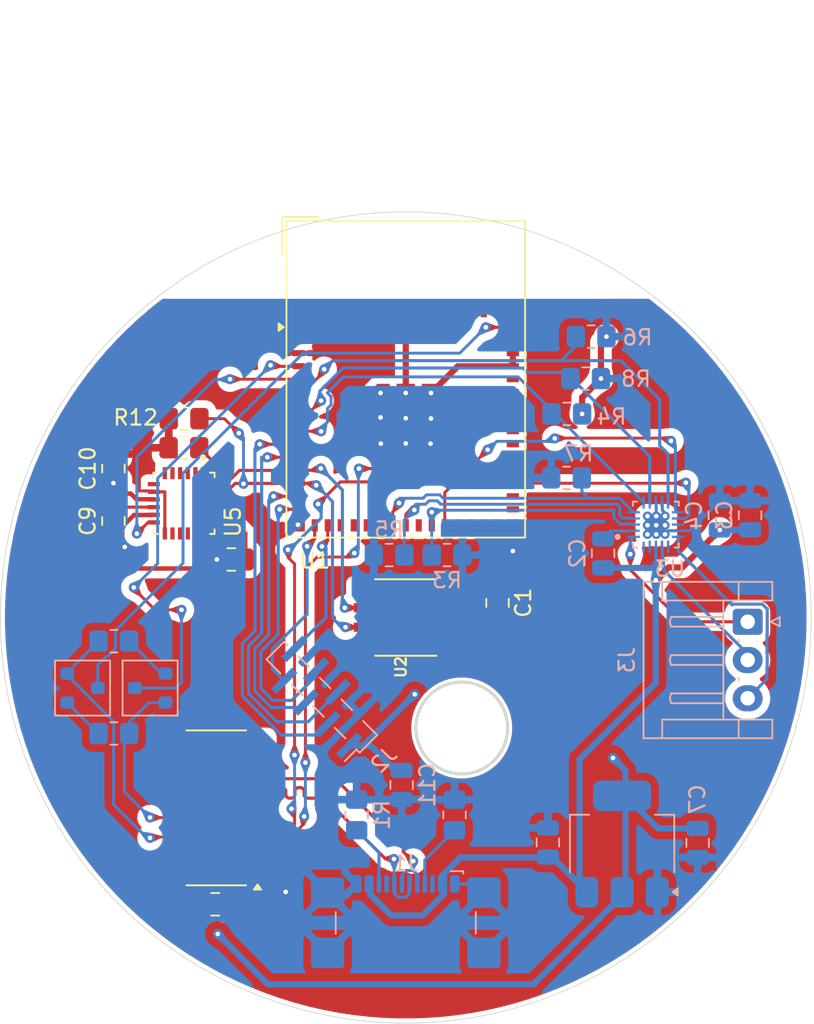
<source format=kicad_pcb>
(kicad_pcb (version 20241129) (generator "pcbnew") (generator_version "8.99")
  (layers (0 "F.Cu" signal) (2 "B.Cu" signal) (13 "F.Paste" user) (15 "B.Paste" user) (5 "F.SilkS" user "F.Silkscreen") (7 "B.SilkS" user "B.Silkscreen") (1 "F.Mask" user) (3 "B.Mask" user) (25 "Edge.Cuts" user))
  (net 0 "")
  (net 30 "Net-(U5-NC-Pad14)")
  (net 40 "3V3")
  (net 41 "Net-(U3-VCP)")
  (net 42 "Net-(J1-CC2)")
  (net 43 "Net-(J1-CC1)")
  (net 44 "UH")
  (net 45 "UL")
  (net 46 "VH")
  (net 47 "VL")
  (net 48 "WH")
  (net 49 "WL")
  (net 50 "VIO")
  (net 51 "SDA")
  (net 52 "CS")
  (net 53 "SCL")
  (net 54 "TX")
  (net 55 "RX")
  (net 56 "TMC_DIAG")
  (net 57 "W")
  (net 58 "V")
  (net 59 "U")
  (net 60 "USB_D-")
  (net 61 "USB_D+")
  (net 62 "5V")
  (net 65 "RST")
  (net 66 "Net-(U5-CPOUT)")
  (net 67 "Net-(U5-REGOUT)")
  (net 68 "DTR")
  (net 69 "RTS")
  (net 70 "ESP_EN")
  (net 71 "ESP_BOOT")
  (net 72 "MPU_INT")
  (net 73 "DC")
  (net 74 "BL")
  (net 75 "GND")
  (net 76 "DIN")
  (net 77 "CLK")
  (net 78 "Net-(Q1-B)")
  (net 79 "Net-(Q2-B)")
  (footprint "Resistor_SMD:R_0805_2012Metric_Pad1.20x1.40mm_HandSolder" (layer "F.Cu") (at 85.5 88.91 180)
    (property "Reference" "R11" (hide yes))
    (property "Value" "10K")
  )
  (footprint "AS5600:AS5600" (layer "F.Cu") (at 100 100 90)
    (property "Reference" "U2")
    (property "Value" "AS5600")
  )
  (footprint "Capacitor_SMD:C_0805_2012Metric" (layer "F.Cu") (at 106 99.045 -90)
    (property "Reference" "C1")
    (property "Value" "0.1uF")
  )
  (footprint "Capacitor_SMD:C_0805_2012Metric" (layer "F.Cu") (at 80.89 93.7 90)
    (property "Reference" "C9")
    (property "Value" "0.1uF")
  )
  (footprint "RF_Module:ESP32-S2-MINI-1" (layer "F.Cu") (at 100 84.43)
    (property "Reference" "U1")
    (property "Value" "ESP32-S3-MINI-1")
  )
  (footprint "Capacitor_SMD:C_0805_2012Metric" (layer "F.Cu") (at 88.6 96.21)
    (property "Reference" "C8" (hide yes))
    (property "Value" "2.2nF")
  )
  (footprint "Capacitor_SMD:C_0805_2012Metric" (layer "F.Cu") (at 87.55 118.74 180)
    (property "Reference" "C5" (hide yes))
    (property "Value" "0.1uF")
  )
  (footprint "Resistor_SMD:R_0805_2012Metric_Pad1.20x1.40mm_HandSolder" (layer "F.Cu") (at 85.51 87.01 180)
    (property "Reference" "R12")
    (property "Value" "10K")
  )
  (footprint "MPU-6050:QFN50P400X400X95-24N" (layer "F.Cu") (at 85.5 92.54 -90)
    (property "Reference" "U5")
    (property "Value" "MPU-6050")
  )
  (footprint "Package_SO:SOIC-16_3.9x9.9mm_P1.27mm" (layer "F.Cu") (at 87.61 112.44 180)
    (property "Reference" "U4" (hide yes))
    (property "Value" "CH340C")
  )
  (footprint "Capacitor_SMD:C_0805_2012Metric" (layer "F.Cu") (at 80.89 90.27 90)
    (property "Reference" "C10")
    (property "Value" "0.1uF")
  )
  (footprint "Capacitor_SMD:C_0805_2012Metric" (layer "B.Cu") (at 109.29 114.7 -90)
    (property "Reference" "C6" (hide yes))
    (property "Value" "10uF" (hide yes))
  )
  (footprint "Resistor_SMD:R_0805_2012Metric_Pad1.20x1.40mm_HandSolder" (layer "B.Cu") (at 102.7 95.92)
    (property "Reference" "R3")
    (property "Value" "10K")
  )
  (footprint "Resistor_SMD:R_0805_2012Metric_Pad1.20x1.40mm_HandSolder" (layer "B.Cu") (at 96.79 112.9 90)
    (property "Reference" "R1")
    (property "Value" "5.1K")
  )
  (footprint "Capacitor_SMD:C_0805_2012Metric" (layer "B.Cu") (at 122.51 93.32 -90)
    (property "Reference" "C3")
    (property "Value" "10nF")
  )
  (footprint "Connector_JST:JST_EH_S3B-EH_1x03_P2.50mm_Horizontal" (layer "B.Cu") (at 122.3525 100.28 -90)
    (property "Reference" "J3")
    (property "Value" "Conn_01x03")
  )
  (footprint "Resistor_SMD:R_0805_2012Metric_Pad1.20x1.40mm_HandSolder" (layer "B.Cu") (at 98.91 95.92 180)
    (property "Reference" "R5")
    (property "Value" "10K")
  )
  (footprint "Resistor_SMD:R_0805_2012Metric_Pad1.20x1.40mm_HandSolder" (layer "B.Cu") (at 80.92 101.55)
    (property "Reference" "R10" (hide yes))
    (property "Value" "10K" (hide yes))
  )
  (footprint "Connector_PinSocket_1.00mm:PinSocket_1x08_P1.00mm_Vertical_SMD_Pin1Left" (layer "B.Cu") (at 94.512983 105.214124 45)
    (property "Reference" "J2")
    (property "Value" "Conn_01x08")
  )
  (footprint "PCM_Package_TO_SOT_SMD_AKL:SOT-23" (layer "B.Cu") (at 83.29 104.61 180)
    (property "Reference" "Q2" (hide yes))
    (property "Value" "MMBT2222A" (hide yes))
  )
  (footprint "PCM_Package_TO_SOT_SMD_AKL:SOT-23" (layer "B.Cu") (at 78.87 104.61)
    (property "Reference" "Q1" (hide yes))
    (property "Value" "MMBT2222A" (hide yes))
  )
  (footprint "Connector_USB:USB_C_Receptacle_GCT_USB4110" (layer "B.Cu") (at 100 121.09 180)
    (property "Reference" "J1")
    (property "Value" "USB_C_Receptacle_USB2.0_16P" (hide yes))
  )
  (footprint "Resistor_SMD:R_0805_2012Metric_Pad1.20x1.40mm_HandSolder" (layer "B.Cu") (at 110.53 86.7)
    (property "Reference" "R4")
    (property "Value" "10K")
  )
  (footprint "Resistor_SMD:R_0805_2012Metric_Pad1.20x1.40mm_HandSolder" (layer "B.Cu") (at 80.92 107.58 180)
    (property "Reference" "R9" (hide yes))
    (property "Value" "10K" (hide yes))
  )
  (footprint "Resistor_SMD:R_0805_2012Metric_Pad1.20x1.40mm_HandSolder" (layer "B.Cu") (at 112.12 81.65)
    (property "Reference" "R6")
    (property "Value" "10K")
  )
  (footprint "Capacitor_SMD:C_0805_2012Metric" (layer "B.Cu") (at 119.08 114.73 90)
    (property "Reference" "C7")
    (property "Value" "10uF" (hide yes))
  )
  (footprint "Capacitor_SMD:C_0805_2012Metric" (layer "B.Cu") (at 120.53 93.33 -90)
    (property "Reference" "C4")
    (property "Value" "10uF")
  )
  (footprint "Capacitor_SMD:C_0805_2012Metric" (layer "B.Cu") (at 112.9 95.81 -90)
    (property "Reference" "C2")
    (property "Value" "10nF")
  )
  (footprint "Capacitor_SMD:C_0805_2012Metric" (layer "B.Cu") (at 99.73 110.94 90)
    (property "Reference" "C11")
    (property "Value" "10uF")
  )
  (footprint "Resistor_SMD:R_0805_2012Metric_Pad1.20x1.40mm_HandSolder" (layer "B.Cu") (at 103.19 112.9 90)
    (property "Reference" "R2" (hide yes))
    (property "Value" "5.1K" (hide yes))
  )
  (footprint "Resistor_SMD:R_0805_2012Metric_Pad1.20x1.40mm_HandSolder" (layer "B.Cu") (at 110.51 90.88 180)
    (property "Reference" "R7")
    (property "Value" "10K")
  )
  (footprint "TMC6300-LA-T:QFN40P300X300X90-21N" (layer "B.Cu") (at 116.35 93.93)
    (property "Reference" "U3")
    (property "Value" "TMC6300-LA-T")
  )
  (footprint "Package_TO_SOT_SMD:SOT-223-3_TabPin2" (layer "B.Cu") (at 114.1425 114.8 90)
    (property "Reference" "U6" (hide yes))
    (property "Value" "AMS1117" (hide yes))
  )
  (footprint "Resistor_SMD:R_0805_2012Metric_Pad1.20x1.40mm_HandSolder" (layer "B.Cu") (at 111.76 84.39)
    (property "Reference" "R8")
    (property "Value" "10K")
  )
  (gr_circle (center 103.66 107.22) (end 106.66 107.22) (stroke (width 0.2)) (fill no) (layer "Edge.Cuts"))
  (gr_circle (center 100 100) (end 126.5 100) (stroke (width 0.05)) (fill no) (layer "Edge.Cuts"))
  (segment (start 84.25 91.79) (end 83.53 91.79) (width 0.2032) (layer "F.Cu") (net 40))
  (segment (start 80.93 89.32) (end 80.89 89.32) (width 0.2) (layer "F.Cu") (net 40))
  (segment (start 82.58 90.97) (end 80.93 89.32) (width 0.2) (layer "F.Cu") (net 40))
  (segment (start 84.25 94.51) (end 84.25 91.79) (width 0.2032) (layer "F.Cu") (net 40))
  (segment (start 102.7 100.635) (end 102.7 101.905) (width 0.4064) (layer "F.Cu") (net 40))
  (segment (start 80.89 89.32) (end 81.48 89.32) (width 0.2032) (layer "F.Cu") (net 40))
  (segment (start 82.58 91.731) (end 82.58 90.97) (width 0.2) (layer "F.Cu") (net 40))
  (segment (start 83.01 91.731) (end 82.58 91.731) (width 0.2) (layer "F.Cu") (net 40))
  (segment (start 84.5 88.91) (end 84.09 89.32) (width 0.4064) (layer "F.Cu") (net 40))
  (segment (start 83.4726 91.7326) (end 83.53 91.79) (width 0.2032) (layer "F.Cu") (net 40))
  (segment (start 84.51 87.01) (end 84.51 88.9) (width 0.4064) (layer "F.Cu") (net 40))
  (segment (start 83.01 91.7326) (end 83.4726 91.7326) (width 0.2032) (layer "F.Cu") (net 40))
  (segment (start 102.705 100.64) (end 102.7 100.635) (width 0.4064) (layer "F.Cu") (net 40))
  (segment (start 86.6 118.74) (end 86.6 118.35) (width 0.2032) (layer "F.Cu") (net 40))
  (segment (start 83.01 91.7326) (end 83.01 91.731) (width 0.2) (layer "F.Cu") (net 40))
  (segment (start 106 99.995) (end 106 100.0692) (width 0.4064) (layer "F.Cu") (net 40))
  (via (at 113.55 109.18) (size 0.6604) (drill 0.3048) (layers "F.Cu" "B.Cu") (net 40))
  (via (at 100.59 105.02) (size 0.6604) (drill 0.3048) (layers "F.Cu" "B.Cu") (net 40))
  (via (at 87.71 120.68) (size 0.6604) (drill 0.3048) (layers "F.Cu" "B.Cu") (net 40))
  (segment (start 116.4925 113.78) (end 114.3625 111.65) (width 0.4064) (layer "B.Cu") (net 40))
  (segment (start 114.3625 117.95) (end 114.3625 111.65) (width 0.4064) (layer "B.Cu") (net 40))
  (segment (start 108.3425 123.97) (end 91 123.97) (width 0.4064) (layer "B.Cu") (net 40))
  (segment (start 97.231573 108.378427) (end 97.698427 108.378427) (width 0.4064) (layer "B.Cu") (net 40))
  (segment (start 97.231573 108.378427) (end 100.59 105.02) (width 0.4064) (layer "B.Cu") (net 40))
  (segment (start 114.3625 111.65) (end 114.3625 109.9925) (width 0.4064) (layer "B.Cu") (net 40))
  (segment (start 97.698427 108.378427) (end 99.35 110.03) (width 0.4064) (layer "B.Cu") (net 40))
  (segment (start 119.08 113.78) (end 116.4925 113.78) (width 0.4064) (layer "B.Cu") (net 40))
  (segment (start 96.298428 108.378427) (end 97.231573 108.378427) (width 0.4064) (layer "B.Cu") (net 40))
  (segment (start 114.3625 117.95) (end 108.3425 123.97) (width 0.4064) (layer "B.Cu") (net 40))
  (segment (start 91 123.97) (end 87.71 120.68) (width 0.4064) (layer "B.Cu") (net 40))
  (segment (start 114.3625 109.9925) (end 113.55 109.18) (width 0.4064) (layer "B.Cu") (net 40))
  (segment (start 113.4134 94.3466) (end 114.47 94.3466) (width 0.2032) (layer "B.Cu") (net 41))
  (segment (start 112.9 94.86) (end 113.4134 94.3466) (width 0.2032) (layer "B.Cu") (net 41))
  (segment (start 98.25 117.41) (end 98.25 115.36) (width 0.2032) (layer "B.Cu") (net 42))
  (segment (start 98.25 115.36) (end 96.79 113.9) (width 0.2032) (layer "B.Cu") (net 42))
  (segment (start 101.25 115.84) (end 103.19 113.9) (width 0.2032) (layer "B.Cu") (net 43))
  (segment (start 101.25 117.41) (end 101.25 115.84) (width 0.2032) (layer "B.Cu") (net 43))
  (segment (start 101.7 93.98) (end 101.7 93.39) (width 0.19) (layer "F.Cu") (net 44))
  (segment (start 101.7 93.39) (end 101.7 93.12) (width 0.19) (layer "F.Cu") (net 44))
  (via (at 101.7 93.12) (size 0.6604) (drill 0.3048) (layers "F.Cu" "B.Cu") (net 44))
  (segment (start 113.598999 93.471957) (end 113.599 92.992) (width 0.19) (layer "B.Cu") (net 44))
  (segment (start 114.866 93.896) (end 114.382712 93.896) (width 0.19) (layer "B.Cu") (net 44))
  (segment (start 101.98 93.03) (end 101.79 93.03) (width 0.19) (layer "B.Cu") (net 44))
  (segment (start 101.7 95.92) (end 101.7 93.12) (width 0.19) (layer "B.Cu") (net 44))
  (segment (start 102.018 92.992) (end 101.98 93.03) (width 0.19) (layer "B.Cu") (net 44))
  (segment (start 114.9 93.93) (end 114.866 93.896) (width 0.19) (layer "B.Cu") (net 44))
  (segment (start 114.379913 93.893201) (end 114.020243 93.893201) (width 0.19) (layer "B.Cu") (net 44))
  (segment (start 114.020243 93.893201) (end 113.598999 93.471957) (width 0.19) (layer "B.Cu") (net 44))
  (segment (start 113.599 92.992) (end 102.018 92.992) (width 0.19) (layer "B.Cu") (net 44))
  (segment (start 114.382712 93.896) (end 114.379913 93.893201) (width 0.19) (layer "B.Cu") (net 44))
  (segment (start 101.79 93.03) (end 101.7 93.12) (width 0.19) (layer "B.Cu") (net 44))
  (segment (start 93 87.83) (end 94.22 87.83) (width 0.19) (layer "F.Cu") (net 45))
  (segment (start 94.23 87.84) (end 94.47 87.84) (width 0.19) (layer "F.Cu") (net 45))
  (segment (start 94.22 87.83) (end 94.23 87.84) (width 0.19) (layer "F.Cu") (net 45))
  (via (at 94.47 87.84) (size 0.6604) (drill 0.3048) (layers "F.Cu" "B.Cu") (net 45))
  (segment (start 95.118802 86.105813) (end 94.88 86.344615) (width 0.19) (layer "B.Cu") (net 45))
  (segment (start 94.43 87.8) (end 94.47 87.84) (width 0.19) (layer "B.Cu") (net 45))
  (segment (start 94.88 85.325385) (end 95.118802 85.564187) (width 0.19) (layer "B.Cu") (net 45))
  (segment (start 94.43 87.69) (end 94.43 87.8) (width 0.19) (layer "B.Cu") (net 45))
  (segment (start 95.925385 84.28) (end 94.88 85.325385) (width 0.19) (layer "B.Cu") (net 45))
  (segment (start 107.35 84.28) (end 95.925385 84.28) (width 0.19) (layer "B.Cu") (net 45))
  (segment (start 94.88 86.344615) (end 94.88 87.24) (width 0.19) (layer "B.Cu") (net 45))
  (segment (start 95.118802 85.564187) (end 95.118802 86.105813) (width 0.19) (layer "B.Cu") (net 45))
  (segment (start 94.88 87.24) (end 94.43 87.69) (width 0.19) (layer "B.Cu") (net 45))
  (segment (start 115.55 92.48) (end 107.35 84.28) (width 0.19) (layer "B.Cu") (net 45))
  (segment (start 100 93.27) (end 100.1 93.17) (width 0.19) (layer "F.Cu") (net 46))
  (segment (start 100 93.98) (end 100 93.27) (width 0.19) (layer "F.Cu") (net 46))
  (segment (start 100.1 93.17) (end 100.368553 93.17) (width 0.19) (layer "F.Cu") (net 46))
  (segment (start 100.368553 93.17) (end 100.56173 92.976823) (width 0.19) (layer "F.Cu") (net 46))
  (via (at 100.56173 92.976823) (size 0.6604) (drill 0.3048) (layers "F.Cu" "B.Cu") (net 46))
  (segment (start 113.99 93.31) (end 113.99 92.772958) (width 0.19) (layer "B.Cu") (net 46))
  (segment (start 114.1822 93.5022) (end 113.99 93.31) (width 0.19) (layer "B.Cu") (net 46))
  (segment (start 114.719242 93.5022) (end 114.1822 93.5022) (width 0.19) (layer "B.Cu") (net 46))
  (segment (start 102.285613 92.601) (end 102.060813 92.3762) (width 0.19) (layer "B.Cu") (net 46))
  (segment (start 100.59 92.68) (end 100.59 92.948553) (width 0.19) (layer "B.Cu") (net 46))
  (segment (start 100.669 92.601) (end 100.59 92.68) (width 0.19) (layer "B.Cu") (net 46))
  (segment (start 113.818042 92.601) (end 102.285613 92.601) (width 0.19) (layer "B.Cu") (net 46))
  (segment (start 101.294387 92.601) (end 100.669 92.601) (width 0.19) (layer "B.Cu") (net 46))
  (segment (start 101.519187 92.3762) (end 101.294387 92.601) (width 0.19) (layer "B.Cu") (net 46))
  (segment (start 100.59 92.948553) (end 100.56173 92.976823) (width 0.19) (layer "B.Cu") (net 46))
  (segment (start 102.060813 92.3762) (end 101.519187 92.3762) (width 0.19) (layer "B.Cu") (net 46))
  (segment (start 99.91 95.92) (end 99.91 93.628553) (width 0.19) (layer "B.Cu") (net 46))
  (segment (start 99.91 93.628553) (end 100.56173 92.976823) (width 0.19) (layer "B.Cu") (net 46))
  (segment (start 113.99 92.772958) (end 113.818042 92.601) (width 0.19) (layer "B.Cu") (net 46))
  (segment (start 93.31 85.28) (end 94.67 83.92) (width 0.19) (layer "F.Cu") (net 47))
  (segment (start 94.67 83.92) (end 94.67 83.78) (width 0.19) (layer "F.Cu") (net 47))
  (segment (start 93 85.28) (end 93.31 85.28) (width 0.19) (layer "F.Cu") (net 47))
  (via (at 94.67 83.78) (size 0.6604) (drill 0.3048) (layers "F.Cu" "B.Cu") (net 47))
  (segment (start 117.15 89.31171) (end 116.6034 88.76511) (width 0.2032) (layer "B.Cu") (net 47))
  (segment (start 114.06 83.22) (end 110.16 83.22) (width 0.2032) (layer "B.Cu") (net 47))
  (segment (start 111.12 81.65) (end 111.12 82.26) (width 0.19) (layer "B.Cu") (net 47))
  (segment (start 116.6034 85.7634) (end 114.06 83.22) (width 0.2032) (layer "B.Cu") (net 47))
  (segment (start 117.15 92.48) (end 117.15 89.31171) (width 0.2032) (layer "B.Cu") (net 47))
  (segment (start 116.6034 88.76511) (end 116.6034 85.7634) (width 0.2032) (layer "B.Cu") (net 47))
  (segment (start 95.23 83.22) (end 94.67 83.78) (width 0.2032) (layer "B.Cu") (net 47))
  (segment (start 110.16 83.22) (end 95.23 83.22) (width 0.2032) (layer "B.Cu") (net 47))
  (segment (start 111.12 82.26) (end 110.16 83.22) (width 0.19) (layer "B.Cu") (net 47))
  (segment (start 99.56 92.52) (end 99.56 92.68) (width 0.19) (layer "F.Cu") (net 48))
  (segment (start 99.15 93.09) (end 99.15 93.98) (width 0.19) (layer "F.Cu") (net 48))
  (segment (start 99.56 92.68) (end 99.15 93.09) (width 0.19) (layer "F.Cu") (net 48))
  (via (at 99.56 92.52) (size 0.6604) (drill 0.3048) (layers "F.Cu" "B.Cu") (net 48))
  (segment (start 99.56 92.52) (end 99.56 92.26) (width 0.19) (layer "B.Cu") (net 48))
  (segment (start 99.56 92.26) (end 99.61 92.21) (width 0.19) (layer "B.Cu") (net 48))
  (segment (start 102.222356 91.9862) (end 102.446157 92.21) (width 0.19) (layer "B.Cu") (net 48))
  (segment (start 102.446157 92.21) (end 111.96 92.21) (width 0.19) (layer "B.Cu") (net 48))
  (segment (start 114.9 93.13) (end 113.98 92.21) (width 0.19) (layer "B.Cu") (net 48))
  (segment (start 99.61 92.21) (end 101.133844 92.21) (width 0.19) (layer "B.Cu") (net 48))
  (segment (start 113.98 92.21) (end 111.96 92.21) (width 0.19) (layer "B.Cu") (net 48))
  (segment (start 111.51 91.76) (end 111.96 92.21) (width 0.19) (layer "B.Cu") (net 48))
  (segment (start 101.133844 92.21) (end 101.357643 91.9862) (width 0.19) (layer "B.Cu") (net 48))
  (segment (start 101.357643 91.9862) (end 102.222356 91.9862) (width 0.19) (layer "B.Cu") (net 48))
  (segment (start 111.51 90.88) (end 111.51 91.76) (width 0.19) (layer "B.Cu") (net 48))
  (segment (start 93 86.98) (end 93.32 86.98) (width 0.19) (layer "F.Cu") (net 49))
  (segment (start 93.32 86.98) (end 94.465002 85.835) (width 0.19) (layer "F.Cu") (net 49))
  (via (at 94.465002 85.835) (size 0.6604) (drill 0.3048) (layers "F.Cu" "B.Cu") (net 49))
  (segment (start 115.95 92.48) (end 115.95 89.48) (width 0.2032) (layer "B.Cu") (net 49))
  (segment (start 94.465002 85.731202) (end 94.465002 85.835) (width 0.2032) (layer "B.Cu") (net 49))
  (segment (start 94.385 85.208947) (end 94.385 85.6512) (width 0.2032) (layer "B.Cu") (net 49))
  (segment (start 110.461108 83.991108) (end 107.958892 83.991108) (width 0.2032) (layer "B.Cu") (net 49))
  (segment (start 115.95 89.48) (end 110.461108 83.991108) (width 0.2032) (layer "B.Cu") (net 49))
  (segment (start 95.893947 83.7) (end 94.385 85.208947) (width 0.2032) (layer "B.Cu") (net 49))
  (segment (start 107.667784 83.7) (end 95.893947 83.7) (width 0.2032) (layer "B.Cu") (net 49))
  (segment (start 94.440002 85.81) (end 94.4 85.81) (width 0.2032) (layer "B.Cu") (net 49))
  (segment (start 94.465002 85.835) (end 94.440002 85.81) (width 0.2032) (layer "B.Cu") (net 49))
  (segment (start 107.958892 83.991108) (end 107.667784 83.7) (width 0.2032) (layer "B.Cu") (net 49))
  (segment (start 94.385 85.6512) (end 94.465002 85.731202) (width 0.2032) (layer "B.Cu") (net 49))
  (segment (start 102.55 91.84) (end 105.355 89.035) (width 0.19) (layer "F.Cu") (net 50))
  (segment (start 109.74 88.3) (end 109.76 88.28) (width 0.19) (layer "F.Cu") (net 50))
  (segment (start 117.16 88.28) (end 117.34 88.46) (width 0.19) (layer "F.Cu") (net 50))
  (segment (start 102.55 93.98) (end 102.55 91.84) (width 0.19) (layer "F.Cu") (net 50))
  (segment (start 109.76 88.28) (end 117.16 88.28) (width 0.19) (layer "F.Cu") (net 50))
  (via (at 105.355 89.035) (size 0.6604) (drill 0.3048) (layers "F.Cu" "B.Cu") (net 50))
  (via (at 117.34 88.46) (size 0.6604) (drill 0.3048) (layers "F.Cu" "B.Cu") (net 50))
  (via (at 109.74 88.3) (size 0.6604) (drill 0.3048) (layers "F.Cu" "B.Cu") (net 50))
  (segment (start 117.629575 92.959575) (end 117.629575 88.749575) (width 0.19) (layer "B.Cu") (net 50))
  (segment (start 105.95 88.49) (end 105.405 89.035) (width 0.19) (layer "B.Cu") (net 50))
  (segment (start 109.55 88.49) (end 105.95 88.49) (width 0.19) (layer "B.Cu") (net 50))
  (segment (start 117.629575 88.749575) (end 117.34 88.46) (width 0.19) (layer "B.Cu") (net 50))
  (segment (start 117.8 93.13) (end 117.629575 92.959575) (width 0.19) (layer "B.Cu") (net 50))
  (segment (start 105.405 89.035) (end 105.355 89.035) (width 0.19) (layer "B.Cu") (net 50))
  (segment (start 109.74 88.3) (end 109.55 88.49) (width 0.19) (layer "B.Cu") (net 50))
  (segment (start 88.23 91.29) (end 87.47 91.29) (width 0.2032) (layer "F.Cu") (net 51))
  (segment (start 93 90.39) (end 89.13 90.39) (width 0.2032) (layer "F.Cu") (net 51))
  (segment (start 89.13 90.39) (end 88.23 91.29) (width 0.2032) (layer "F.Cu") (net 51))
  (segment (start 87.47 89.88) (end 86.5 88.91) (width 0.2032) (layer "F.Cu") (net 51))
  (segment (start 97.3 99.365) (end 96.01 99.365) (width 0.2032) (layer "F.Cu") (net 51))
  (segment (start 94.13 90.38) (end 93 90.38) (width 0.2032) (layer "F.Cu") (net 51))
  (segment (start 87.47 91.29) (end 87.47 89.88) (width 0.2032) (layer "F.Cu") (net 51))
  (segment (start 94.45 90.26) (end 94.25 90.26) (width 0.2032) (layer "F.Cu") (net 51))
  (segment (start 94.25 90.26) (end 94.13 90.38) (width 0.2032) (layer "F.Cu") (net 51))
  (via (at 94.45 90.26) (size 0.6604) (drill 0.3048) (layers "F.Cu" "B.Cu") (net 51))
  (via (at 96.01 99.365) (size 0.6604) (drill 0.3048) (layers "F.Cu" "B.Cu") (net 51))
  (segment (start 94.45 90.26) (end 95.86 91.67) (width 0.2032) (layer "B.Cu") (net 51))
  (segment (start 95.86 91.67) (end 95.86 99.215) (width 0.2032) (layer "B.Cu") (net 51))
  (segment (start 95.86 99.215) (end 96.01 99.365) (width 0.2032) (layer "B.Cu") (net 51))
  (segment (start 91.3548 92.08) (end 93 92.08) (width 0.2032) (layer "F.Cu") (net 52))
  (via (at 91.3548 92.08) (size 0.6604) (drill 0.3048) (layers "F.Cu" "B.Cu") (net 52))
  (segment (start 90.1264 102.03402) (end 91.04 101.12042) (width 0.2032) (layer "B.Cu") (net 52))
  (segment (start 91.04 92.36) (end 91.32 92.08) (width 0.2032) (layer "B.Cu") (net 52))
  (segment (start 91.21042 105.88) (end 90.1264 104.79598) (width 0.2032) (layer "B.Cu") (net 52))
  (segment (start 93.14 105.88) (end 91.21042 105.88) (width 0.2032) (layer "B.Cu") (net 52))
  (segment (start 93.47 105.55) (end 93.14 105.88) (width 0.2032) (layer "B.Cu") (net 52))
  (segment (start 91.04 101.12042) (end 91.04 92.36) (width 0.2032) (layer "B.Cu") (net 52))
  (segment (start 91.32 92.08) (end 91.3548 92.08) (width 0.2032) (layer "B.Cu") (net 52))
  (segment (start 90.1264 104.79598) (end 90.1264 102.03402) (width 0.2032) (layer "B.Cu") (net 52))
  (segment (start 88.30021 91.79) (end 88.85021 91.24) (width 0.2032) (layer "F.Cu") (net 53))
  (segment (start 88.85021 91.24) (end 93 91.24) (width 0.2032) (layer "F.Cu") (net 53))
  (segment (start 87.47 91.74) (end 87.47 91.79) (width 0.2032) (layer "F.Cu") (net 53))
  (segment (start 97.3 100.635) (end 96.06 100.635) (width 0.2032) (layer "F.Cu") (net 53))
  (segment (start 93 91.23) (end 94.02 91.23) (width 0.2032) (layer "F.Cu") (net 53))
  (segment (start 87.52 91.74) (end 87.47 91.74) (width 0.2032) (layer "F.Cu") (net 53))
  (segment (start 88.14 87.01) (end 86.51 87.01) (width 0.19) (layer "F.Cu") (net 53))
  (segment (start 89.09 87.96) (end 88.14 87.01) (width 0.19) (layer "F.Cu") (net 53))
  (segment (start 87.47 91.79) (end 87.52 91.74) (width 0.2032) (layer "F.Cu") (net 53))
  (segment (start 94.02 91.23) (end 94.15 91.36) (width 0.2032) (layer "F.Cu") (net 53))
  (segment (start 87.47 91.79) (end 88.30021 91.79) (width 0.2032) (layer "F.Cu") (net 53))
  (via (at 96.06 100.635) (size 0.6604) (drill 0.3048) (layers "F.Cu" "B.Cu") (net 53))
  (via (at 94.15 91.36) (size 0.6604) (drill 0.3048) (layers "F.Cu" "B.Cu") (net 53))
  (via (at 89.393082 91.264611) (size 0.6604) (drill 0.3048) (layers "F.Cu" "B.Cu") (net 53))
  (via (at 89.09 87.96) (size 0.6604) (drill 0.3048) (layers "F.Cu" "B.Cu") (net 53))
  (segment (start 95.21 100.03) (end 95.21 92.42) (width 0.2032) (layer "B.Cu") (net 53))
  (segment (start 89.09 87.96) (end 89.393082 88.263082) (width 0.19) (layer "B.Cu") (net 53))
  (segment (start 95.21 92.42) (end 94.15 91.36) (width 0.2032) (layer "B.Cu") (net 53))
  (segment (start 89.393082 88.263082) (end 89.393082 91.264611) (width 0.19) (layer "B.Cu") (net 53))
  (segment (start 95.815 100.635) (end 95.21 100.03) (width 0.2032) (layer "B.Cu") (net 53))
  (segment (start 96.06 100.635) (end 95.815 100.635) (width 0.2032) (layer "B.Cu") (net 53))
  (segment (start 91.895 114.345) (end 90.085 114.345) (width 0.19) (layer "F.Cu") (net 54))
  (segment (start 92.73 108.99) (end 92.73 96.5) (width 0.19) (layer "F.Cu") (net 54))
  (segment (start 92.3 96.07) (end 92.3 95.57) (width 0.19) (layer "F.Cu") (net 54))
  (segment (start 107 86.13) (end 106.8 86.13) (width 0.2) (layer "F.Cu") (net 54))
  (segment (start 92.53 112.5) (end 92.73 112.7) (width 0.19) (layer "F.Cu") (net 54))
  (segment (start 106.8 86.13) (end 101.79 91.14) (width 0.2) (layer "F.Cu") (net 54))
  (segment (start 92.73 96.5) (end 92.3 96.07) (width 0.19) (layer "F.Cu") (net 54))
  (segment (start 95.72 91.14) (end 94.27 92.59) (width 0.2) (layer "F.Cu") (net 54))
  (segment (start 92.73 113.51) (end 91.895 114.345) (width 0.19) (layer "F.Cu") (net 54))
  (segment (start 92.73 112.7) (end 92.73 113.51) (width 0.19) (layer "F.Cu") (net 54))
  (segment (start 101.79 91.14) (end 95.72 91.14) (width 0.2) (layer "F.Cu") (net 54))
  (via (at 92.53 112.5) (size 0.6604) (drill 0.3048) (layers "F.Cu" "B.Cu") (net 54))
  (via (at 92.73 108.99) (size 0.6604) (drill 0.3048) (layers "F.Cu" "B.Cu") (net 54))
  (via (at 92.3 95.57) (size 0.6604) (drill 0.3048) (layers "F.Cu" "B.Cu") (net 54))
  (via (at 94.27 92.59) (size 0.6604) (drill 0.3048) (layers "F.Cu" "B.Cu") (net 54))
  (segment (start 92.53 112.5) (end 92.73 112.3) (width 0.19) (layer "B.Cu") (net 54))
  (segment (start 94.47 93.51) (end 94.47 92.79) (width 0.2) (layer "B.Cu") (net 54))
  (segment (start 92.73 112.3) (end 92.73 108.99) (width 0.19) (layer "B.Cu") (net 54))
  (segment (start 92.3 95.57) (end 92.41 95.57) (width 0.2) (layer "B.Cu") (net 54))
  (segment (start 94.47 92.79) (end 94.27 92.59) (width 0.2) (layer "B.Cu") (net 54))
  (segment (start 92.41 95.57) (end 94.47 93.51) (width 0.2) (layer "B.Cu") (net 54))
  (segment (start 106.8 85.28) (end 101.81 90.27) (width 0.2) (layer "F.Cu") (net 55))
  (segment (start 93.44 109.48) (end 93.44 96.82) (width 0.19) (layer "F.Cu") (net 55))
  (segment (start 93.36 113.461543) (end 93.36 113) (width 0.19) (layer "F.Cu") (net 55))
  (segment (start 93.44 96.82) (end 94.21 96.05) (width 0.19) (layer "F.Cu") (net 55))
  (segment (start 94.21 96.05) (end 96.38 96.05) (width 0.19) (layer "F.Cu") (net 55))
  (segment (start 90.085 115.615) (end 91.206544 115.615) (width 0.19) (layer "F.Cu") (net 55))
  (segment (start 91.206544 115.615) (end 93.36 113.461543) (width 0.19) (layer "F.Cu") (net 55))
  (segment (start 96.38 96.05) (end 96.64 95.79) (width 0.19) (layer "F.Cu") (net 55))
  (segment (start 101.81 90.27) (end 96.94 90.27) (width 0.2) (layer "F.Cu") (net 55))
  (segment (start 107 85.28) (end 106.8 85.28) (width 0.2) (layer "F.Cu") (net 55))
  (via (at 93.44 109.48) (size 0.6604) (drill 0.3048) (layers "F.Cu" "B.Cu") (net 55))
  (via (at 96.64 95.79) (size 0.6604) (drill 0.3048) (layers "F.Cu" "B.Cu") (net 55))
  (via (at 93.36 113) (size 0.6604) (drill 0.3048) (layers "F.Cu" "B.Cu") (net 55))
  (via (at 96.94 90.27) (size 0.6604) (drill 0.3048) (layers "F.Cu" "B.Cu") (net 55))
  (segment (start 96.64 95.79) (end 96.9 95.53) (width 0.19) (layer "B.Cu") (net 55))
  (segment (start 96.9 90.31) (end 96.94 90.27) (width 0.19) (layer "B.Cu") (net 55))
  (segment (start 93.44 112.92) (end 93.44 109.48) (width 0.19) (layer "B.Cu") (net 55))
  (segment (start 93.36 113) (end 93.44 112.92) (width 0.19) (layer "B.Cu") (net 55))
  (segment (start 96.9 95.53) (end 96.9 90.31) (width 0.19) (layer "B.Cu") (net 55))
  (segment (start 118.27 91.23) (end 118.31 91.19) (width 0.19) (layer "F.Cu") (net 56))
  (segment (start 107 91.23) (end 118.27 91.23) (width 0.19) (layer "F.Cu") (net 56))
  (via (at 118.31 91.19) (size 0.6604) (drill 0.3048) (layers "F.Cu" "B.Cu") (net 56))
  (segment (start 118.5024 93.31605) (end 118.5024 91.3824) (width 0.19) (layer "B.Cu") (net 56))
  (segment (start 118.5024 91.3824) (end 118.31 91.19) (width 0.19) (layer "B.Cu") (net 56))
  (segment (start 117.8 93.53) (end 118.28845 93.53) (width 0.19) (layer "B.Cu") (net 56))
  (segment (start 118.28845 93.53) (end 118.5024 93.31605) (width 0.19) (layer "B.Cu") (net 56))
  (segment (start 114.68 96.89) (end 114.68 95.86) (width 0.2032) (layer "F.Cu") (net 57))
  (segment (start 122.3525 100.28) (end 118.07 100.28) (width 0.2032) (layer "F.Cu") (net 57))
  (segment (start 118.07 100.28) (end 114.68 96.89) (width 0.2032) (layer "F.Cu") (net 57))
  (via (at 114.68 95.86) (size 0.6604) (drill 0.3048) (layers "F.Cu" "B.Cu") (net 57))
  (segment (start 114.9 94.73) (end 114.68 94.95) (width 0.2032) (layer "B.Cu") (net 57))
  (segment (start 114.68 94.95) (end 114.68 95.86) (width 0.2032) (layer "B.Cu") (net 57))
  (segment (start 122.3525 102.3825) (end 121.4026 101.4326) (width 0.2032) (layer "B.Cu") (net 58))
  (segment (start 116.8458 96.886722) (end 116.8458 96.210491) (width 0.2032) (layer "B.Cu") (net 58))
  (segment (start 116.78 96.144691) (end 116.78 95.907784) (width 0.2032) (layer "B.Cu") (net 58))
  (segment (start 122.3525 102.78) (end 122.3525 102.3825) (width 0.2032) (layer "B.Cu") (net 58))
  (segment (start 116.78 95.907784) (end 116.7712 95.898984) (width 0.2032) (layer "B.Cu") (net 58))
  (segment (start 116.8458 96.210491) (end 116.78 96.144691) (width 0.2032) (layer "B.Cu") (net 58))
  (segment (start 116.7712 95.898984) (end 116.7712 95.4012) (width 0.2032) (layer "B.Cu") (net 58))
  (segment (start 116.7542 95.3842) (end 116.7542 95.38) (width 0.2032) (layer "B.Cu") (net 58))
  (segment (start 121.391678 101.4326) (end 116.8458 96.886722) (width 0.2032) (layer "B.Cu") (net 58))
  (segment (start 116.7712 95.4012) (end 116.7542 95.3842) (width 0.2032) (layer "B.Cu") (net 58))
  (segment (start 121.4026 101.4326) (end 121.391678 101.4326) (width 0.2032) (layer "B.Cu") (net 58))
  (segment (start 121.391678 99.1274) (end 121.334539 99.184539) (width 0.2032) (layer "B.Cu") (net 59))
  (segment (start 123.61 104.0225) (end 123.61 103.277523) (width 0.2032) (layer "B.Cu") (net 59))
  (segment (start 123.61 101.135922) (end 123.6301 101.115822) (width 0.2032) (layer "B.Cu") (net 59))
  (segment (start 117.8 95.65) (end 117.8 94.73) (width 0.2032) (layer "B.Cu") (net 59))
  (segment (start 122.3525 105.28) (end 123.61 104.0225) (width 0.2032) (layer "B.Cu") (net 59))
  (segment (start 123.313322 99.1274) (end 121.391678 99.1274) (width 0.2032) (layer "B.Cu") (net 59))
  (segment (start 121.334539 99.184539) (end 117.8 95.65) (width 0.2032) (layer "B.Cu") (net 59))
  (segment (start 123.61 102.282477) (end 123.61 101.135922) (width 0.2032) (layer "B.Cu") (net 59))
  (segment (start 123.61 103.277523) (end 123.6301 103.257423) (width 0.2032) (layer "B.Cu") (net 59))
  (segment (start 123.6301 102.302577) (end 123.61 102.282477) (width 0.2032) (layer "B.Cu") (net 59))
  (segment (start 123.6301 103.257423) (end 123.6301 102.302577) (width 0.2032) (layer "B.Cu") (net 59))
  (segment (start 123.6301 101.115822) (end 123.6301 99.444178) (width 0.2032) (layer "B.Cu") (net 59))
  (segment (start 123.6301 99.444178) (end 123.313322 99.1274) (width 0.2032) (layer "B.Cu") (net 59))
  (segment (start 99.994961 114.190486) (end 99.687428 114.498018) (width 0.2032) (layer "F.Cu") (net 60))
  (segment (start 99.862612 115.171361) (end 99.941987 115.091987) (width 0.2032) (layer "F.Cu") (net 60))
  (segment (start 100.172502 115.64) (end 99.862613 115.330111) (width 0.2032) (layer "F.Cu") (net 60))
  (segment (start 100.49 115.92) (end 100.49 115.852913) (width 0.2032) (layer "F.Cu") (net 60))
  (segment (start 100.419226 114.27534) (end 100.334372 114.190486) (width 0.2032) (layer "F.Cu") (net 60))
  (segment (start 99.263165 114.413165) (end 95.385 110.535) (width 0.2032) (layer "F.Cu") (net 60))
  (segment (start 99.941987 115.091987) (end 99.941989 115.091989) (width 0.2032) (layer "F.Cu") (net 60))
  (segment (start 100.111694 114.922283) (end 100.419226 114.614751) (width 0.2032) (layer "F.Cu") (net 60))
  (segment (start 100.49 115.852913) (end 100.49 115.64) (width 0.2032) (layer "F.Cu") (net 60))
  (segment (start 90.217886 110.535) (end 90.480375 110.535) (width 0.2032) (layer "F.Cu") (net 60))
  (segment (start 95.385 110.535) (end 90.480375 110.535) (width 0.2032) (layer "F.Cu") (net 60))
  (segment (start 99.941989 115.091989) (end 100.111694 114.922283) (width 0.2032) (layer "F.Cu") (net 60))
  (segment (start 90.085 110.535) (end 90.217886 110.535) (width 0.2032) (layer "F.Cu") (net 60))
  (segment (start 99.348017 114.498018) (end 99.263165 114.413165) (width 0.2032) (layer "F.Cu") (net 60))
  (via (at 100.49 115.92) (size 0.6604) (drill 0.3048) (layers "F.Cu" "B.Cu") (net 60))
  (arc (start 100.419226 114.614751) (mid 100.489521 114.445045) (end 100.419226 114.27534) (width 0.2032) (layer "F.Cu") (net 60))
  (arc (start 99.687428 114.498018) (mid 99.517722 114.568313) (end 99.348017 114.498018) (width 0.2032) (layer "F.Cu") (net 60))
  (arc (start 100.49 115.64) (mid 100.410626 115.607122) (end 100.33125 115.639999) (width 0.2032) (layer "F.Cu") (net 60))
  (arc (start 100.33125 115.639999) (mid 100.251876 115.672878) (end 100.172502 115.64) (width 0.2032) (layer "F.Cu") (net 60))
  (arc (start 100.334372 114.190486) (mid 100.164667 114.120191) (end 99.994961 114.190486) (width 0.2032) (layer "F.Cu") (net 60))
  (arc (start 99.862613 115.330111) (mid 99.829735 115.250737) (end 99.862612 115.171361) (width 0.2032) (layer "F.Cu") (net 60))
  (segment (start 99.75 117.41) (end 99.75 116.9) (width 0.2032) (layer "B.Cu") (net 60))
  (segment (start 100.483486 116.5324) (end 100.75 116.798914) (width 0.2032) (layer "B.Cu") (net 60))
  (segment (start 100.483486 116.5324) (end 100.483486 115.926514) (width 0.2032) (layer "B.Cu") (net 60))
  (segment (start 99.7974 116.8526) (end 99.7974 116.751514) (width 0.2032) (layer "B.Cu") (net 60))
  (segment (start 100.016514 116.5324) (end 100.483486 116.5324) (width 0.2032) (layer "B.Cu") (net 60))
  (segment (start 100.483486 115.926514) (end 100.49 115.92) (width 0.2032) (layer "B.Cu") (net 60))
  (segment (start 99.7974 116.751514) (end 100.016514 116.5324) (width 0.2032) (layer "B.Cu") (net 60))
  (segment (start 100.75 116.798914) (end 100.75 117.41) (width 0.2032) (layer "B.Cu") (net 60))
  (segment (start 99.75 116.9) (end 99.7974 116.8526) (width 0.2032) (layer "B.Cu") (net 60))
  (segment (start 98.68 115.78) (end 99.215417 115.78) (width 0.2032) (layer "F.Cu") (net 61))
  (segment (start 93.713698 111.805) (end 94.705 111.805) (width 0.2032) (layer "F.Cu") (net 61))
  (segment (start 92.153698 111.35495) (end 92.153698 111.565) (width 0.2032) (layer "F.Cu") (net 61))
  (segment (start 94.705 111.805) (end 98.68 115.78) (width 0.2032) (layer "F.Cu") (net 61))
  (segment (start 91.553698 112.105048) (end 91.553698 112.045) (width 0.2032) (layer "F.Cu") (net 61))
  (segment (start 90.953698 112.045) (end 90.953698 112.105048) (width 0.2032) (layer "F.Cu") (net 61))
  (segment (start 92.753698 111.565) (end 92.753698 111.354952) (width 0.2032) (layer "F.Cu") (net 61))
  (segment (start 92.993698 111.114952) (end 93.113698 111.114952) (width 0.2032) (layer "F.Cu") (net 61))
  (segment (start 91.193698 112.345048) (end 91.313698 112.345048) (width 0.2032) (layer "F.Cu") (net 61))
  (segment (start 91.553698 112.045) (end 91.553698 111.565) (width 0.2032) (layer "F.Cu") (net 61))
  (segment (start 93.593698 111.805) (end 93.713698 111.805) (width 0.2032) (layer "F.Cu") (net 61))
  (segment (start 92.393698 111.805) (end 92.513698 111.805) (width 0.2032) (layer "F.Cu") (net 61))
  (segment (start 91.793698 111.11495) (end 91.913698 111.11495) (width 0.2032) (layer "F.Cu") (net 61))
  (segment (start 93.353698 111.354952) (end 93.353698 111.565) (width 0.2032) (layer "F.Cu") (net 61))
  (segment (start 90.085 111.805) (end 90.713698 111.805) (width 0.2032) (layer "F.Cu") (net 61))
  (segment (start 91.553698 111.565) (end 91.553698 111.35495) (width 0.2032) (layer "F.Cu") (net 61))
  (segment (start 99.215417 115.78) (end 99.23 115.78) (width 0.2032) (layer "F.Cu") (net 61))
  (via (at 99.23 115.78) (size 0.6604) (drill 0.3048) (layers "F.Cu" "B.Cu") (net 61))
  (arc (start 90.953698 112.105048) (mid 91.023992 112.274754) (end 91.193698 112.345048) (width 0.2032) (layer "F.Cu") (net 61))
  (arc (start 90.713698 111.805) (mid 90.883404 111.875294) (end 90.953698 112.045) (width 0.2032) (layer "F.Cu") (net 61))
  (arc (start 91.313698 112.345048) (mid 91.483404 112.274754) (end 91.553698 112.105048) (width 0.2032) (layer "F.Cu") (net 61))
  (arc (start 92.513698 111.805) (mid 92.683404 111.734706) (end 92.753698 111.565) (width 0.2032) (layer "F.Cu") (net 61))
  (arc (start 91.553698 111.35495) (mid 91.623992 111.185244) (end 91.793698 111.11495) (width 0.2032) (layer "F.Cu") (net 61))
  (arc (start 92.753698 111.354952) (mid 92.823992 111.185246) (end 92.993698 111.114952) (width 0.2032) (layer "F.Cu") (net 61))
  (arc (start 93.113698 111.114952) (mid 93.283404 111.185246) (end 93.353698 111.354952) (width 0.2032) (layer "F.Cu") (net 61))
  (arc (start 92.153698 111.565) (mid 92.223992 111.734706) (end 92.393698 111.805) (width 0.2032) (layer "F.Cu") (net 61))
  (arc (start 93.353698 111.565) (mid 93.423992 111.734706) (end 93.593698 111.805) (width 0.2032) (layer "F.Cu") (net 61))
  (arc (start 91.913698 111.11495) (mid 92.083404 111.185244) (end 92.153698 111.35495) (width 0.2032) (layer "F.Cu") (net 61))
  (segment (start 99.2974 118.0574) (end 99.2974 118.068486) (width 0.2032) (layer "B.Cu") (net 61))
  (segment (start 99.25 117.41) (end 99.25 118.01) (width 0.2032) (layer "B.Cu") (net 61))
  (segment (start 99.25 115.8) (end 99.23 115.78) (width 0.2032) (layer "B.Cu") (net 61))
  (segment (start 99.516514 118.2876) (end 99.983486 118.2876) (width 0.2032) (layer "B.Cu") (net 61))
  (segment (start 99.25 117.41) (end 99.25 115.8) (width 0.2032) (layer "B.Cu") (net 61))
  (segment (start 99.25 118.01) (end 99.2974 118.0574) (width 0.2032) (layer "B.Cu") (net 61))
  (segment (start 100.2026 117.4574) (end 100.25 117.41) (width 0.2032) (layer "B.Cu") (net 61))
  (segment (start 100.2026 118.068486) (end 100.2026 117.4574) (width 0.2032) (layer "B.Cu") (net 61))
  (segment (start 99.983486 118.2876) (end 100.2026 118.068486) (width 0.2032) (layer "B.Cu") (net 61))
  (segment (start 99.2974 118.068486) (end 99.516514 118.2876) (width 0.2032) (layer "B.Cu") (net 61))
  (segment (start 118.08 96.73) (end 117.17 96.73) (width 0.4064) (layer "F.Cu") (net 62))
  (segment (start 120.53 94.28) (end 118.08 96.73) (width 0.4064) (layer "F.Cu") (net 62))
  (segment (start 117.17 96.73) (end 116.34 97.56) (width 0.4064) (layer "F.Cu") (net 62))
  (via (at 116.34 97.56) (size 0.6604) (drill 0.3048) (layers "F.Cu" "B.Cu") (net 62))
  (via (at 120.53 94.28) (size 0.6604) (drill 0.3048) (layers "F.Cu" "B.Cu") (net 62))
  (segment (start 102.4 117.41) (end 102.4 116.85) (width 0.4064) (layer "B.Cu") (net 62))
  (segment (start 116.35 95.38) (end 116.35 96.41) (width 0.2032) (layer "B.Cu") (net 62))
  (segment (start 111.36 109.271369) (end 116.34 104.291369) (width 0.4064) (layer "B.Cu") (net 62))
  (segment (start 102.4 116.85) (end 102.4958 116.7542) (width 0.4064) (layer "B.Cu") (net 62))
  (segment (start 102.4958 116.751286) (end 103.567086 115.68) (width 0.4064) (layer "B.Cu") (net 62))
  (segment (start 103.567086 115.68) (end 109.6 115.68) (width 0.4064) (layer "B.Cu") (net 62))
  (segment (start 116.34 96.42) (end 116.34 97.56) (width 0.4064) (layer "B.Cu") (net 62))
  (segment (start 111.8425 117.95) (end 111.36 117.4675) (width 0.4064) (layer "B.Cu") (net 62))
  (segment (start 97.6958 118.11057) (end 97.6958 117.5058) (width 0.4064) (layer "B.Cu") (net 62))
  (segment (start 97.6958 117.5058) (end 97.6 117.41) (width 0.4064) (layer "B.Cu") (net 62))
  (segment (start 116.35 96.41) (end 116.34 96.42) (width 0.2032) (layer "B.Cu") (net 62))
  (segment (start 116.34 96.79) (end 116.34 97.56) (width 0.4064) (layer "B.Cu") (net 62))
  (segment (start 112.9 96.76) (end 116.31 96.76) (width 0.4064) (layer "B.Cu") (net 62))
  (segment (start 102.4 117.41) (end 102.4958 117.5058) (width 0.4064) (layer "B.Cu") (net 62))
  (segment (start 111.36 117.4675) (end 111.36 109.271369) (width 0.4064) (layer "B.Cu") (net 62))
  (segment (start 99.05523 119.47) (end 97.6958 118.11057) (width 0.4064) (layer "B.Cu") (net 62))
  (segment (start 102.4958 116.7542) (end 102.4958 116.751286) (width 0.4064) (layer "B.Cu") (net 62))
  (segment (start 116.31 96.76) (end 116.34 96.79) (width 0.4064) (layer "B.Cu") (net 62))
  (segment (start 122.5 94.28) (end 122.51 94.27) (width 0.4064) (layer "B.Cu") (net 62))
  (segment (start 101.094514 119.47) (end 99.1 119.47) (width 0.4064) (layer "B.Cu") (net 62))
  (segment (start 116.34 104.291369) (end 116.34 97.56) (width 0.4064) (layer "B.Cu") (net 62))
  (segment (start 109.6 115.68) (end 111.87 117.95) (width 0.4064) (layer "B.Cu") (net 62))
  (segment (start 102.4958 117.5058) (end 102.4958 118.068714) (width 0.4064) (layer "B.Cu") (net 62))
  (segment (start 120.53 94.28) (end 122.5 94.28) (width 0.4064) (layer "B.Cu") (net 62))
  (segment (start 102.4958 118.068714) (end 101.094514 119.47) (width 0.4064) (layer "B.Cu") (net 62))
  (segment (start 94.05 93.98) (end 94.05 94.85) (width 0.2032) (layer "F.Cu") (net 65))
  (segment (start 94.05 94.85) (end 93.55 95.35) (width 0.2032) (layer "F.Cu") (net 65))
  (via (at 93.55 95.35) (size 0.6604) (drill 0.3048) (layers "F.Cu" "B.Cu") (net 65))
  (segment (start 93.55 99.78) (end 93.55 95.35) (width 0.2032) (layer "B.Cu") (net 65))
  (segment (start 92.055787 104.135786) (end 91.27 103.349999) (width 0.2032) (layer "B.Cu") (net 65))
  (segment (start 91.27 103.349999) (end 91.27 102.06) (width 0.2032) (layer "B.Cu") (net 65))
  (segment (start 91.27 102.06) (end 93.55 99.78) (width 0.2032) (layer "B.Cu") (net 65))
  (segment (start 88.35 93.29) (end 89.55 94.49) (width 0.2032) (layer "F.Cu") (net 66))
  (segment (start 87.47 93.29) (end 88.35 93.29) (width 0.2032) (layer "F.Cu") (net 66))
  (segment (start 89.55 94.49) (end 89.55 96.21) (width 0.2032) (layer "F.Cu") (net 66))
  (segment (start 83.53 92.79) (end 80.93 92.79) (width 0.2032) (layer "F.Cu") (net 67))
  (segment (start 80.93 92.79) (end 80.89 92.75) (width 0.2032) (layer "F.Cu") (net 67))
  (segment (start 85.135 113.075) (end 83.285 113.075) (width 0.19) (layer "F.Cu") (net 68))
  (segment (start 83.285 113.075) (end 83.28 113.07) (width 0.19) (layer "F.Cu") (net 68))
  (via (at 83.28 113.07) (size 0.6604) (drill 0.3048) (layers "F.Cu" "B.Cu") (net 68))
  (segment (start 83.21 105.56) (end 84.29 105.56) (width 0.19) (layer "B.Cu") (net 68))
  (segment (start 81.92 107.58) (end 81.6 107.9) (width 0.19) (layer "B.Cu") (net 68))
  (segment (start 81.6 111.39) (end 83.28 113.07) (width 0.19) (layer "B.Cu") (net 68))
  (segment (start 81.6 107.9) (end 81.6 111.39) (width 0.19) (layer "B.Cu") (net 68))
  (segment (start 81.92 107.58) (end 81.92 106.85) (width 0.19) (layer "B.Cu") (net 68))
  (segment (start 81.92 106.85) (end 83.21 105.56) (width 0.19) (layer "B.Cu") (net 68))
  (segment (start 83.335 114.345) (end 83.28 114.4) (width 0.19) (layer "F.Cu") (net 69))
  (segment (start 85.135 114.345) (end 83.335 114.345) (width 0.19) (layer "F.Cu") (net 69))
  (via (at 83.28 114.4) (size 0.6604) (drill 0.3048) (layers "F.Cu" "B.Cu") (net 69))
  (segment (start 77.87 103.6) (end 77.87 103.66) (width 0.19) (layer "B.Cu") (net 69))
  (segment (start 79.92 101.55) (end 77.87 103.6) (width 0.19) (layer "B.Cu") (net 69))
  (segment (start 80.9 106.796992) (end 80.9 112.22) (width 0.19) (layer "B.Cu") (net 69))
  (segment (start 77.87 103.766992) (end 80.9 106.796992) (width 0.19) (layer "B.Cu") (net 69))
  (segment (start 77.87 103.66) (end 77.87 103.766992) (width 0.19) (layer "B.Cu") (net 69))
  (segment (start 80.9 112.22) (end 83.08 114.4) (width 0.19) (layer "B.Cu") (net 69))
  (segment (start 105.23 81.04) (end 107 81.04) (width 0.2032) (layer "F.Cu") (net 70))
  (via (at 105.23 81.04) (size 0.6604) (drill 0.3048) (layers "F.Cu" "B.Cu") (net 70))
  (segment (start 81.024 100.866912) (end 85.44 96.450912) (width 0.19) (layer "B.Cu") (net 70))
  (segment (start 103.53 82.73) (end 105.22 81.04) (width 0.19) (layer "B.Cu") (net 70))
  (segment (start 80.414 102.546) (end 80.503088 102.546) (width 0.19) (layer "B.Cu") (net 70))
  (segment (start 79.87 103.09) (end 80.414 102.546) (width 0.19) (layer "B.Cu") (net 70))
  (segment (start 93.29 82.73) (end 103.53 82.73) (width 0.19) (layer "B.Cu") (net 70))
  (segment (start 81.024 102.025088) (end 81.024 100.866912) (width 0.19) (layer "B.Cu") (net 70))
  (segment (start 85.44 96.450912) (end 85.44 90.58) (width 0.19) (layer "B.Cu") (net 70))
  (segment (start 80.503088 102.546) (end 81.024 102.025088) (width 0.19) (layer "B.Cu") (net 70))
  (segment (start 79.87 104.61) (end 79.87 103.09) (width 0.19) (layer "B.Cu") (net 70))
  (segment (start 85.44 90.58) (end 93.29 82.73) (width 0.19) (layer "B.Cu") (net 70))
  (segment (start 91.16 83.52) (end 91.23 83.59) (width 0.2032) (layer "F.Cu") (net 71))
  (segment (start 83.61 99.5) (end 82.21 98.1) (width 0.19) (layer "F.Cu") (net 71))
  (segment (start 85.34 99.5) (end 83.61 99.5) (width 0.19) (layer "F.Cu") (net 71))
  (segment (start 91.23 83.59) (end 93 83.59) (width 0.2032) (layer "F.Cu") (net 71))
  (via (at 91.16 83.52) (size 0.6604) (drill 0.3048) (layers "F.Cu" "B.Cu") (net 71))
  (via (at 85.34 99.5) (size 0.6604) (drill 0.3048) (layers "F.Cu" "B.Cu") (net 71))
  (via (at 82.22 98.04) (size 0.6604) (drill 0.3048) (layers "F.Cu" "B.Cu") (net 71))
  (segment (start 83.78 96.48) (end 82.22 98.04) (width 0.19) (layer "B.Cu") (net 71))
  (segment (start 90.93 83.52) (end 91.16 83.52) (width 0.2032) (layer "B.Cu") (net 71))
  (segment (start 91.16 83.52) (end 83.78 90.9) (width 0.19) (layer "B.Cu") (net 71))
  (segment (start 82.29 104.61) (end 84.95 104.61) (width 0.19) (layer "B.Cu") (net 71))
  (segment (start 84.95 104.61) (end 85.34 104.22) (width 0.19) (layer "B.Cu") (net 71))
  (segment (start 83.78 90.9) (end 83.78 96.48) (width 0.19) (layer "B.Cu") (net 71))
  (segment (start 85.34 104.22) (end 85.34 99.5) (width 0.19) (layer "B.Cu") (net 71))
  (segment (start 83.53 93.79) (end 83.15 93.79) (width 0.19) (layer "F.Cu") (net 72))
  (segment (start 83.15 93.79) (end 82.42 94.52) (width 0.19) (layer "F.Cu") (net 72))
  (segment (start 93 84.43) (end 88.51 84.43) (width 0.19) (layer "F.Cu") (net 72))
  (via (at 82.42 94.52) (size 0.6604) (drill 0.3048) (layers "F.Cu" "B.Cu") (net 72))
  (via (at 88.51 84.43) (size 0.6604) (drill 0.3048) (layers "F.Cu" "B.Cu") (net 72))
  (segment (start 88.49 84.45) (end 88.51 84.43) (width 0.19) (layer "B.Cu") (net 72))
  (segment (start 87.49 84.45) (end 88.49 84.45) (width 0.19) (layer "B.Cu") (net 72))
  (segment (start 82.42 94.52) (end 82.42 89.52) (width 0.19) (layer "B.Cu") (net 72))
  (segment (start 82.42 89.52) (end 87.49 84.45) (width 0.19) (layer "B.Cu") (net 72))
  (segment (start 93 92.93) (end 91.758 92.93) (width 0.2032) (layer "F.Cu") (net 73))
  (via (at 91.758 92.93) (size 0.6604) (drill 0.3048) (layers "F.Cu" "B.Cu") (net 73))
  (segment (start 90.5296 102.228774) (end 91.6596 101.098774) (width 0.2032) (layer "B.Cu") (net 73))
  (segment (start 94.141752 103.817589) (end 92.539341 105.42) (width 0.2032) (layer "B.Cu") (net 73))
  (segment (start 94.141752 103.464035) (end 94.141752 103.817589) (width 0.2032) (layer "B.Cu") (net 73))
  (segment (start 92.539341 105.42) (end 91.32063 105.42) (width 0.2032) (layer "B.Cu") (net 73))
  (segment (start 91.6596 101.098774) (end 91.6596 92.93) (width 0.2032) (layer "B.Cu") (net 73))
  (segment (start 91.32063 105.42) (end 90.5296 104.62897) (width 0.2032) (layer "B.Cu") (net 73))
  (segment (start 91.6596 92.93) (end 91.758 92.93) (width 0.2032) (layer "B.Cu") (net 73))
  (segment (start 90.5296 104.62897) (end 90.5296 102.228774) (width 0.2032) (layer "B.Cu") (net 73))
  (segment (start 94.9 93.98) (end 94.9 94.98) (width 0.2032) (layer "F.Cu") (net 74))
  (segment (start 94.9 94.98) (end 94.52 95.36) (width 0.2032) (layer "F.Cu") (net 74))
  (via (at 94.52 95.36) (size 0.6604) (drill 0.3048) (layers "F.Cu" "B.Cu") (net 74))
  (segment (start 94.79 95.47) (end 94.68 95.36) (width 0.2032) (layer "B.Cu") (net 74))
  (segment (start 92.727538 102.049821) (end 94.79 99.987359) (width 0.2032) (layer "B.Cu") (net 74))
  (segment (start 94.68 95.36) (end 94.52 95.36) (width 0.2032) (layer "B.Cu") (net 74))
  (segment (start 94.79 99.987359) (end 94.79 95.47) (width 0.2032) (layer "B.Cu") (net 74))
  (segment (start 83.53 93.29) (end 83.36 93.29) (width 0.2921) (layer "F.Cu") (net 75))
  (segment (start 99.989998 85.34) (end 99.999998 85.33) (width 0.4064) (layer "F.Cu") (net 75))
  (segment (start 93 79.99) (end 107 79.99) (width 0.4064) (layer "F.Cu") (net 75))
  (segment (start 93 81.89) (end 93 79.99) (width 0.4064) (layer "F.Cu") (net 75))
  (segment (start 102.7 98.095) (end 106 98.095) (width 0.4064) (layer "F.Cu") (net 75))
  (segment (start 83.36 93.29) (end 83.34705 93.30295) (width 0.2921) (layer "F.Cu") (net 75))
  (segment (start 100.000002 88.63) (end 100.010002 88.64) (width 0.4064) (layer "F.Cu") (net 75))
  (segment (start 101.65 88.64) (end 101.62 88.64) (width 0.4064) (layer "F.Cu") (net 75))
  (segment (start 80.89 91.22) (end 81.57295 91.90295) (width 0.2921) (layer "F.Cu") (net 75))
  (segment (start 80.24 94.65) (end 80.89 94.65) (width 0.2921) (layer "F.Cu") (net 75))
  (segment (start 98.35 86.93) (end 98.35 85.330002) (width 0.4064) (layer "F.Cu") (net 75))
  (segment (start 100.009998 85.34) (end 99.999998 85.33) (width 0.4064) (layer "F.Cu") (net 75))
  (segment (start 87.650002 96.529998) (end 87.650002 96.21) (width 0.2921) (layer "F.Cu") (net 75))
  (segment (start 107 93.99) (end 107 95.66) (width 0.4064) (layer "F.Cu") (net 75))
  (segment (start 79.27 93.68) (end 80.24 94.65) (width 0.2921) (layer "F.Cu") (net 75))
  (segment (start 91.13 117.93) (end 90.085 116.885) (width 0.4064) (layer "F.Cu") (net 75))
  (segment (start 81.63 95.39) (end 81.63 96.2) (width 0.2921) (layer "F.Cu") (net 75))
  (segment (start 82.39705 92.27705) (end 83.51705 92.27705) (width 0.2921) (layer "F.Cu") (net 75))
  (segment (start 100 79.99) (end 100 86.979998) (width 0.4064) (layer "F.Cu") (net 75))
  (segment (start 100 88.64) (end 100 86.979998) (width 0.4064) (layer "F.Cu") (net 75))
  (segment (start 81.63 96.2) (end 82.23 96.8) (width 0.2921) (layer "F.Cu") (net 75))
  (segment (start 87.38 96.8) (end 87.650002 96.529998) (width 0.2921) (layer "F.Cu") (net 75))
  (segment (start 106 98.095) (end 107 97.095) (width 0.4064) (layer "F.Cu") (net 75))
  (segment (start 88.5 118.47) (end 88.5 118.74) (width 0.4064) (layer "F.Cu") (net 75))
  (segment (start 112.76 82.01) (end 112.76 84.39) (width 0.4064) (layer "F.Cu") (net 75))
  (segment (start 107 83.59) (end 103.4 83.59) (width 0.4064) (layer "F.Cu") (net 75))
  (segment (start 98.35 86.99) (end 101.65 86.99) (width 0.4064) (layer "F.Cu") (net 75))
  (segment (start 100.010002 88.64) (end 101.62 88.64) (width 0.4064) (layer "F.Cu") (net 75))
  (segment (start 98.359998 85.34) (end 99.989998 85.34) (width 0.4064) (layer "F.Cu") (net 75))
  (segment (start 98.35 85.330002) (end 98.349998 85.33) (width 0.4064) (layer "F.Cu") (net 75))
  (segment (start 98.37 88.64) (end 98.35 88.64) (width 0.4064) (layer "F.Cu") (net 75))
  (segment (start 80.89 91.22) (end 79.99 91.22) (width 0.2921) (layer "F.Cu") (net 75))
  (segment (start 83.34705 93.30295) (end 82.23705 93.30295) (width 0.2921) (layer "F.Cu") (net 75))
  (segment (start 83.51705 92.27705) (end 83.53 92.29) (width 0.2921) (layer "F.Cu") (net 75))
  (segment (start 80.89 94.65) (end 81.63 95.39) (width 0.2921) (layer "F.Cu") (net 75))
  (segment (start 98.35 86.93) (end 98.35 88.64) (width 0.4064) (layer "F.Cu") (net 75))
  (segment (start 101.65 85.34) (end 100.009998 85.34) (width 0.4064) (layer "F.Cu") (net 75))
  (segment (start 87.65 96.21) (end 87.65 95.41) (width 0.2921) (layer "F.Cu") (net 75))
  (segment (start 86.75 90.57) (end 86.75 94.51) (width 0.2032) (layer "F.Cu") (net 75))
  (segment (start 87.65 95.41) (end 86.75 94.51) (width 0.2921) (layer "F.Cu") (net 75))
  (segment (start 82.23 96.8) (end 87.38 96.8) (width 0.2921) (layer "F.Cu") (net 75))
  (segment (start 107 97.095) (end 107 95.66) (width 0.4064) (layer "F.Cu") (net 75))
  (segment (start 113.12 81.65) (end 112.76 82.01) (width 0.4064) (layer "F.Cu") (net 75))
  (segment (start 103.4 83.59) (end 101.65 85.34) (width 0.4064) (layer "F.Cu") (net 75))
  (segment (start 81.57295 91.90295) (end 82.02295 91.90295) (width 0.2921) (layer "F.Cu") (net 75))
  (segment (start 111.53 86.7) (end 111.53 85.62) (width 0.4064) (layer "F.Cu") (net 75))
  (segment (start 99.990002 88.64) (end 100.000002 88.63) (width 0.4064) (layer "F.Cu") (net 75))
  (segment (start 79.27 91.94) (end 79.27 93.68) (width 0.2921) (layer "F.Cu") (net 75))
  (segment (start 79.99 91.22) (end 79.27 91.94) (width 0.2921) (layer "F.Cu") (net 75))
  (segment (start 92.15 117.93) (end 91.13 117.93) (width 0.4064) (layer "F.Cu") (net 75))
  (segment (start 82.23705 93.30295) (end 80.89 94.65) (width 0.2921) (layer "F.Cu") (net 75))
  (segment (start 90.085 116.885) (end 88.5 118.47) (width 0.4064) (layer "F.Cu") (net 75))
  (segment (start 98.349998 85.33) (end 98.359998 85.34) (width 0.4064) (layer "F.Cu") (net 75))
  (segment (start 101.65 87) (end 101.65 88.64) (width 0.4064) (layer "F.Cu") (net 75))
  (segment (start 111.53 85.62) (end 112.76 84.39) (width 0.4064) (layer "F.Cu") (net 75))
  (segment (start 101.65 87) (end 101.65 85.329998) (width 0.4064) (layer "F.Cu") (net 75))
  (segment (start 82.02295 91.90295) (end 82.39705 92.27705) (width 0.2921) (layer "F.Cu") (net 75))
  (segment (start 101.65 85.329998) (end 101.65 85.34) (width 0.4064) (layer "F.Cu") (net 75))
  (segment (start 87.65 96.21) (end 87.650002 96.21) (width 0.2921) (layer "F.Cu") (net 75))
  (segment (start 98.37 88.64) (end 99.990002 88.64) (width 0.4064) (layer "F.Cu") (net 75))
  (segment (start 107 82.74) (end 107 83.59) (width 0.4064) (layer "F.Cu") (net 75))
  (via (at 80.89 91.22) (size 0.6604) (drill 0.3048) (layers "F.Cu" "B.Cu") (net 75))
  (via (at 116.95 94.57) (size 0.6) (drill 0.3) (layers "F.Cu" "B.Cu") (net 75))
  (via (at 101.65 85.329998) (size 0.6604) (drill 0.3048) (layers "F.Cu" "B.Cu") (net 75))
  (via (at 116.372919 94.57) (size 0.6) (drill 0.3) (layers "F.Cu" "B.Cu") (net 75))
  (via (at 112.76 84.39) (size 0.6604) (drill 0.3048) (layers "F.Cu" "B.Cu") (net 75))
  (via (at 115.8 94.57) (size 0.6) (drill 0.3) (layers "F.Cu" "B.Cu") (net 75))
  (via (at 92.949431 93.937093) (size 0.6604) (drill 0.3048) (layers "F.Cu" "B.Cu") (net 75))
  (via (at 111.53 86.7) (size 0.6604) (drill 0.3048) (layers "F.Cu" "B.Cu") (net 75))
  (via (at 116.95 93.376588) (size 0.6) (drill 0.3) (layers "F.Cu" "B.Cu") (net 75))
  (via (at 107 95.66) (size 0.6604) (drill 0.3048) (layers "F.Cu" "B.Cu") (net 75))
  (via (at 87.650002 96.21) (size 0.6604) (drill 0.3048) (layers "F.Cu" "B.Cu") (net 75))
  (via (at 113.12 81.65) (size 0.6604) (drill 0.3048) (layers "F.Cu" "B.Cu") (net 75))
  (via (at 116.95 93.973294) (size 0.6) (drill 0.3) (layers "F.Cu" "B.Cu") (net 75))
  (via (at 100 86.979998) (size 0.6604) (drill 0.3048) (layers "F.Cu" "B.Cu") (net 75))
  (via (at 99.999998 85.33) (size 0.6604) (drill 0.3048) (layers "F.Cu" "B.Cu") (net 75))
  (via (at 115.8 93.973294) (size 0.6) (drill 0.3) (layers "F.Cu" "B.Cu") (net 75))
  (via (at 101.65 87) (size 0.6604) (drill 0.3048) (layers "F.Cu" "B.Cu") (net 75))
  (via (at 92.15 117.93) (size 0.6604) (drill 0.3048) (layers "F.Cu" "B.Cu") (net 75))
  (via (at 98.37 88.64) (size 0.6604) (drill 0.3048) (layers "F.Cu" "B.Cu") (net 75))
  (via (at 100.000002 88.63) (size 0.6604) (drill 0.3048) (layers "F.Cu" "B.Cu") (net 75))
  (via (at 116.372919 93.376588) (size 0.6) (drill 0.3) (layers "F.Cu" "B.Cu") (net 75))
  (via (at 101.62 88.64) (size 0.6604) (drill 0.3048) (layers "F.Cu" "B.Cu") (net 75))
  (via (at 115.8 93.376588) (size 0.6) (drill 0.3) (layers "F.Cu" "B.Cu") (net 75))
  (via (at 81.63 95.39) (size 0.6604) (drill 0.3048) (layers "F.Cu" "B.Cu") (net 75))
  (via (at 98.349998 85.33) (size 0.6604) (drill 0.3048) (layers "F.Cu" "B.Cu") (net 75))
  (via (at 116.372919 93.973294) (size 0.6) (drill 0.3) (layers "F.Cu" "B.Cu") (net 75))
  (via (at 98.35 86.93) (size 0.6604) (drill 0.3048) (layers "F.Cu" "B.Cu") (net 75))
  (segment (start 116.3526 92.4826) (end 116.3526 92.48) (width 0.2) (layer "B.Cu") (net 75))
  (segment (start 117.633238 94.3274) (end 117.8 94.3274) (width 0.2) (layer "B.Cu") (net 75))
  (segment (start 116.95 93.175522) (end 116.7728 92.998322) (width 0.2) (layer "B.Cu") (net 75))
  (segment (start 116.7728 92.998322) (end 116.7728 92.672162) (width 0.2) (layer "B.Cu") (net 75))
  (segment (start 117.630638 94.33) (end 117.633238 94.3274) (width 0.2) (layer "B.Cu") (net 75))
  (segment (start 116.7474 92.646762) (end 116.7474 92.48) (width 0.2) (layer "B.Cu") (net 75))
  (segment (start 104.535 117.41) (end 105.11 117.985) (width 0.2032) (layer "B.Cu") (net 75))
  (segment (start 103.23 111.94) (end 103.19 111.9) (width 0.4064) (layer "B.Cu") (net 75))
  (segment (start 116.7728 92.672162) (end 116.7474 92.646762) (width 0.2) (layer "B.Cu") (net 75))
  (segment (start 116.372919 92.502919) (end 116.3526 92.4826) (width 0.2) (layer "B.Cu") (net 75))
  (segment (start 103.2 117.41) (end 104.535 117.41) (width 0.2032) (layer "B.Cu") (net 75))
  (segment (start 116.95 93.376588) (end 116.95 93.175522) (width 0.2) (layer "B.Cu") (net 75))
  (segment (start 117.19 94.33) (end 117.630638 94.33) (width 0.2) (layer "B.Cu") (net 75))
  (segment (start 116.372919 93.376588) (end 116.372919 92.502919) (width 0.2) (layer "B.Cu") (net 75))
  (segment (start 117.8 94.33) (end 118.58 94.33) (width 0.19) (layer "B.Cu") (net 75))
  (segment (start 118.58 94.33) (end 120.53 92.38) (width 0.19) (layer "B.Cu") (net 75))
  (segment (start 92.205 117.985) (end 92.15 117.93) (width 0.4064) (layer "B.Cu") (net 75))
  (segment (start 116.95 94.57) (end 117.19 94.33) (width 0.2) (layer "B.Cu") (net 75))
  (segment (start 90.45 88.68) (end 93 88.68) (width 0.2032) (layer "F.Cu") (net 76))
  (via (at 90.45 88.68) (size 0.6604) (drill 0.3048) (layers "F.Cu" "B.Cu") (net 76))
  (segment (start 89.32 101.7) (end 90.14 100.88) (width 0.2032) (layer "B.Cu") (net 76))
  (segment (start 89.32 105.13) (end 89.32 101.7) (width 0.2032) (layer "B.Cu") (net 76))
  (segment (start 94.884214 106.964213) (end 94.168427 107.68) (width 0.2032) (layer "B.Cu") (net 76))
  (segment (start 94.168427 107.68) (end 91.87 107.68) (width 0.2032) (layer "B.Cu") (net 76))
  (segment (start 91.87 107.68) (end 89.32 105.13) (width 0.2032) (layer "B.Cu") (net 76))
  (segment (start 90.14 88.99) (end 90.45 88.68) (width 0.2032) (layer "B.Cu") (net 76))
  (segment (start 90.14 100.88) (end 90.14 88.99) (width 0.2032) (layer "B.Cu") (net 76))
  (segment (start 93 89.53) (end 90.9516 89.53) (width 0.2032) (layer "F.Cu") (net 77))
  (via (at 90.9516 89.53) (size 0.6604) (drill 0.3048) (layers "F.Cu" "B.Cu") (net 77))
  (segment (start 89.7232 104.96299) (end 89.7232 101.86701) (width 0.2032) (layer "B.Cu") (net 77))
  (segment (start 95.555966 104.878248) (end 93.614214 106.82) (width 0.2032) (layer "B.Cu") (net 77))
  (segment (start 93.614214 106.82) (end 91.58021 106.82) (width 0.2032) (layer "B.Cu") (net 77))
  (segment (start 89.7232 101.86701) (end 90.58 101.01021) (width 0.2032) (layer "B.Cu") (net 77))
  (segment (start 91.58021 106.82) (end 89.7232 104.96299) (width 0.2032) (layer "B.Cu") (net 77))
  (segment (start 90.58 89.53) (end 90.9516 89.53) (width 0.2032) (layer "B.Cu") (net 77))
  (segment (start 90.58 101.01021) (end 90.58 89.53) (width 0.2032) (layer "B.Cu") (net 77))
  (segment (start 79.89 107.58) (end 77.87 105.56) (width 0.19) (layer "B.Cu") (net 78))
  (segment (start 79.92 107.58) (end 79.89 107.58) (width 0.19) (layer "B.Cu") (net 78))
  (segment (start 84.29 103.66) (end 84.03 103.66) (width 0.19) (layer "B.Cu") (net 79))
  (segment (start 84.03 103.66) (end 81.92 101.55) (width 0.19) (layer "B.Cu") (net 79))
  (zone (net 40) (net_name "3V3") (layer "F.Cu") (priority 1) (connect_pads (clearance 0.5)) (min_thickness 0.25) (fill yes (thermal_gap 0.5) (thermal_bridge_width 0.5))
    (polygon (pts (xy 76.02 88.69) (xy 77.38 86.18) (xy 80.21 82.36) (xy 83.58 79.28) (xy 116.649643 79.179644) (xy 119.600317 82.204906) (xy 122.126672 85.265847) (xy 125.161871 90.885218) (xy 126.069396 94.163419) (xy 126.458335 96.274803) (xy 126.699107 101.997766) (xy 125.95827 106.73912) (xy 124.847015 110.128447) (xy 122.494859 114.499382) (xy 119.920452 117.536812) (xy 117.994277 119.685238) (xy 113.912713 122.644372) (xy 109.380672 124.902963) (xy 105.024703 126.161626) (xy 98.53 126.56) (xy 93.08 125.61) (xy 87.36 123.36) (xy 81.83 119.45) (xy 77.95 114.79) (xy 75.32 109.76) (xy 74.28 106.66) (xy 73.499821 102.309407) (xy 73.59 97.5) (xy 74.82 91.71) (xy 75.44 90.06)))
  )
  (zone (net 75) (net_name "GND") (layer "B.Cu") (connect_pads (clearance 0.5)) (min_thickness 0.25) (fill yes (thermal_gap 0.5) (thermal_bridge_width 0.5) (smoothing fillet) (radius 2))
    (polygon (pts (xy 83.55 79.18) (xy 116.36 79.16) (xy 116.64 79.37) (xy 116.9 79.59) (xy 117.41 80.01) (xy 117.9 80.46) (xy 118.55 81.03) (xy 119.07 81.6) (xy 119.48 82.03) (xy 120.1 82.75) (xy 120.51 83.2) (xy 121.01 83.82) (xy 121.44 84.46) (xy 121.63 84.69) (xy 122.09 85.4) (xy 122.45 85.94) (xy 122.88 86.65) (xy 123.39 87.51) (xy 123.83 88.4) (xy 124.25 89.33) (xy 124.54 89.97) (xy 124.95 91.04) (xy 125.31 92.13) (xy 125.53 92.9) (xy 125.76 93.75) (xy 125.91 94.41) (xy 126.06 95.15) (xy 126.16 95.75) (xy 126.3 96.82) (xy 126.37 97.39) (xy 126.46 98.39) (xy 126.52 100.01) (xy 126.49 101.15) (xy 126.42 102.13) (xy 126.24 103.71) (xy 126.07 104.81) (xy 125.71 106.49) (xy 125.32 107.89) (xy 124.87 109.2) (xy 124.18 110.84) (xy 123.64 112) (xy 122.88 113.35) (xy 122.25 114.45) (xy 121.21 115.92) (xy 119.93 117.46) (xy 119.01 118.47) (xy 118.29 119.2) (xy 117.45 119.97) (xy 116.28 120.92) (xy 115.13 121.77) (xy 114.07 122.46) (xy 113.06 123.07) (xy 111.81 123.75) (xy 110.28 124.43) (xy 108.87 124.97) (xy 107.51 125.4) (xy 106.4 125.72) (xy 104.78 126.07) (xy 103.59 126.26) (xy 102.25 126.41) (xy 100.26 126.5) (xy 98.68 126.47) (xy 97.39 126.37) (xy 95.7 126.16) (xy 94.35 125.89) (xy 93.14 125.6) (xy 91.12 124.97) (xy 88.92 124.08) (xy 86.73 122.94) (xy 84.3 121.35) (xy 82.12 119.58) (xy 80.43 117.87) (xy 78.82 115.95) (xy 77.7 114.32) (xy 76.61 112.48) (xy 75.6 110.37) (xy 74.54 107.39) (xy 74.12 105.75) (xy 73.76 103.82) (xy 73.53 101.1) (xy 73.52 99.33) (xy 73.65 97.27) (xy 73.94 95.29) (xy 74.47 92.91) (xy 75.29 90.44) (xy 76.21 88.34) (xy 77.55 85.88) (xy 79.54 83.18) (xy 81.67 80.9)))
  )
)
</source>
